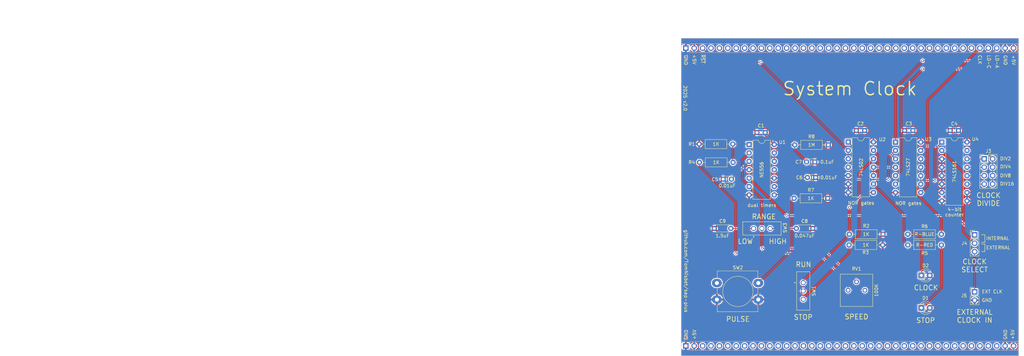
<source format=kicad_pcb>
(kicad_pcb (version 20240108) (generator "pcbnew") (generator_version "8.0")
  (title_block (title "SAP-Plus System Clock") (date "2025-04-05") (rev "2.0") (company "github.com/TomNisbet/sap-plus"))
  (layers (0 "F.Cu" signal) (31 "B.Cu" signal) (34 "B.Paste" user) (35 "F.Paste" user) (36 "B.SilkS" user "B.Silkscreen") (37 "F.SilkS" user "F.Silkscreen") (38 "B.Mask" user) (39 "F.Mask" user) (44 "Edge.Cuts" user))
  (net 0 "")
  (net 1 "CLK")
  (net 2 "Net-(U1A-CV)")
  (net 3 "Net-(U1B-CV)")
  (net 4 "Net-(U1B-DIS)")
  (net 5 "Net-(D1-K)")
  (net 6 "Net-(U1A-DIS)")
  (net 7 "Net-(SW1-A)")
  (net 8 "Net-(U1B-TR)")
  (net 9 "Net-(SW1-C)")
  (net 10 "Net-(R4-Pad1)")
  (net 11 "Net-(R5-Pad1)")
  (net 12 "Net-(SW3-A)")
  (net 13 "GND")
  (net 15 "Net-(SW3-C)")
  (net 16 "~{run}-stop")
  (net 17 "~{RST}")
  (net 18 "+5V")
  (net 20 "Net-(D2-K)")
  (net 40 "/DIV2")
  (net 52 "LD-CLK")
  (net 53 "LD-ACT")
  (net 54 "astable")
  (net 55 "single")
  (net 93 "/DIV4")
  (net 94 "/DIV8")
  (net 95 "/DIV16")
  (net 96 "Net-(R6-Pad2)")
  (net 97 "Net-(SW3-B)")
  (net 98 "Net-(J4-Pin_2)")
  (net 100 "/RST")
  (net 101 "Net-(U4-~{MR})")
  (net 103 "/INT")
  (net 104 "/EXT")
  (footprint "Capacitor_THT:C_Disc_D3.0mm_W1.6mm_P2.50mm" (layer "F.Cu") (at 107.9 71.51)
    (property "Reference" "C1" (at 1.25 -2.05 0) (layer "F.SilkS"))
    (property "Value" "0.1uF")
    (pad "1" thru_hole circle (at 0 0) (size 1.6 1.6) (drill 0.8) (layers "*.Cu" "*.Mask") (net 13 "GND"))
    (pad "2" thru_hole circle (at 2.5 0) (size 1.6 1.6) (drill 0.8) (layers "*.Cu" "*.Mask") (net 18 "+5V"))
  )
  (footprint "Capacitor_THT:C_Disc_D3.0mm_W1.6mm_P2.50mm" (layer "F.Cu") (at 137.95 70.9)
    (property "Reference" "C2" (at 1.25 -2.05 0) (layer "F.SilkS"))
    (property "Value" "0.1uF")
    (pad "1" thru_hole circle (at 0 0) (size 1.6 1.6) (drill 0.8) (layers "*.Cu" "*.Mask") (net 13 "GND"))
    (pad "2" thru_hole circle (at 2.5 0) (size 1.6 1.6) (drill 0.8) (layers "*.Cu" "*.Mask") (net 18 "+5V"))
  )
  (footprint "Capacitor_THT:C_Disc_D3.0mm_W1.6mm_P2.50mm" (layer "F.Cu") (at 152.55 70.9)
    (property "Reference" "C3" (at 1.25 -2.05 0) (layer "F.SilkS"))
    (property "Value" "0.1uF")
    (pad "1" thru_hole circle (at 0 0) (size 1.6 1.6) (drill 0.8) (layers "*.Cu" "*.Mask") (net 13 "GND"))
    (pad "2" thru_hole circle (at 2.5 0) (size 1.6 1.6) (drill 0.8) (layers "*.Cu" "*.Mask") (net 18 "+5V"))
  )
  (footprint "Potentiometer_THT:Potentiometer_Bourns_3386P_Vertical" (layer "F.Cu") (at 140.54 119.185 90)
    (property "Reference" "RV1" (at 6.485 -2.54 180) (layer "F.SilkS"))
    (property "Value" "100K" (at -0.015 3.475 90) (layer "F.SilkS"))
    (property "Field5" "SPEED" (at -8.015 -2.54 0) (layer "F.SilkS") (effects (font (size 1.5 1.5) (thickness 0.2))))
    (pad "1" thru_hole circle (at 0 0 90) (size 1.44 1.44) (drill 0.8) (layers "*.Cu" "*.Mask"))
    (pad "2" thru_hole circle (at 2.54 -2.54 90) (size 1.44 1.44) (drill 0.8) (layers "*.Cu" "*.Mask") (net 97 "Net-(SW3-B)"))
    (pad "3" thru_hole circle (at 0 -5.08 90) (size 1.44 1.44) (drill 0.8) (layers "*.Cu" "*.Mask") (net 10 "Net-(R4-Pad1)"))
  )
  (footprint "Resistor_THT:R_Axial_DIN0207_L6.3mm_D2.5mm_P10.16mm_Horizontal" (layer "F.Cu") (at 146 102.25 180)
    (property "Reference" "R2" (at 5.08 2.5 0) (layer "F.SilkS"))
    (property "Value" "1K" (at 5.08 0 0) (layer "F.SilkS"))
    (pad "1" thru_hole circle (at 0 0 180) (size 1.6 1.6) (drill 0.8) (layers "*.Cu" "*.Mask") (net 13 "GND"))
    (pad "2" thru_hole oval (at 10.16 0 180) (size 1.6 1.6) (drill 0.8) (layers "*.Cu" "*.Mask") (net 7 "Net-(SW1-A)"))
  )
  (footprint "Resistor_THT:R_Axial_DIN0207_L6.3mm_D2.5mm_P10.16mm_Horizontal" (layer "F.Cu") (at 90.52 80.533333)
    (property "Reference" "R4" (at -2.32 -0.033333 0) (layer "F.SilkS"))
    (property "Value" "1K" (at 5.08 0 0) (layer "F.SilkS"))
    (pad "1" thru_hole circle (at 0 0) (size 1.6 1.6) (drill 0.8) (layers "*.Cu" "*.Mask") (net 10 "Net-(R4-Pad1)"))
    (pad "2" thru_hole oval (at 10.16 0) (size 1.6 1.6) (drill 0.8) (layers "*.Cu" "*.Mask") (net 6 "Net-(U1A-DIS)"))
  )
  (footprint "Capacitor_THT:C_Disc_D3.0mm_W1.6mm_P2.50mm" (layer "F.Cu") (at 122.9 80.4)
    (property "Reference" "C7" (at -2.4 0 0) (layer "F.SilkS"))
    (property "Value" "0.1uF" (at 6.25 0 0) (layer "F.SilkS"))
    (pad "1" thru_hole circle (at 0 0) (size 1.6 1.6) (drill 0.8) (layers "*.Cu" "*.Mask") (net 4 "Net-(U1B-DIS)"))
    (pad "2" thru_hole circle (at 2.5 0) (size 1.6 1.6) (drill 0.8) (layers "*.Cu" "*.Mask") (net 13 "GND"))
  )
  (footprint "Package_DIP:DIP-16_W7.62mm" (layer "F.Cu") (at 163.78 74.4)
    (property "Reference" "U4" (at 10.12 -0.9 0) (layer "F.SilkS"))
    (property "Value" "74LS161" (at 3.81 8.9 90) (layer "F.SilkS"))
    (pad "1" thru_hole rect (at 0 0) (size 1.6 1.6) (drill 0.8) (layers "*.Cu" "*.Mask") (net 101 "Net-(U4-~{MR})"))
    (pad "2" thru_hole oval (at 0 2.54) (size 1.6 1.6) (drill 0.8) (layers "*.Cu" "*.Mask") (net 98 "Net-(J4-Pin_2)"))
    (pad "3" thru_hole oval (at 0 5.08) (size 1.6 1.6) (drill 0.8) (layers "*.Cu" "*.Mask") (net 18 "+5V"))
    (pad "4" thru_hole oval (at 0 7.62) (size 1.6 1.6) (drill 0.8) (layers "*.Cu" "*.Mask") (net 18 "+5V"))
    (pad "5" thru_hole oval (at 0 10.16) (size 1.6 1.6) (drill 0.8) (layers "*.Cu" "*.Mask") (net 18 "+5V"))
    (pad "6" thru_hole oval (at 0 12.7) (size 1.6 1.6) (drill 0.8) (layers "*.Cu" "*.Mask") (net 18 "+5V"))
    (pad "7" thru_hole oval (at 0 15.24) (size 1.6 1.6) (drill 0.8) (layers "*.Cu" "*.Mask") (net 18 "+5V"))
    (pad "8" thru_hole oval (at 0 17.78) (size 1.6 1.6) (drill 0.8) (layers "*.Cu" "*.Mask") (net 13 "GND"))
    (pad "9" thru_hole oval (at 7.62 17.78) (size 1.6 1.6) (drill 0.8) (layers "*.Cu" "*.Mask") (net 18 "+5V"))
    (pad "10" thru_hole oval (at 7.62 15.24) (size 1.6 1.6) (drill 0.8) (layers "*.Cu" "*.Mask") (net 18 "+5V"))
    (pad "11" thru_hole oval (at 7.62 12.7) (size 1.6 1.6) (drill 0.8) (layers "*.Cu" "*.Mask") (net 95 "/DIV16"))
    (pad "12" thru_hole oval (at 7.62 10.16) (size 1.6 1.6) (drill 0.8) (layers "*.Cu" "*.Mask") (net 94 "/DIV8"))
    (pad "13" thru_hole oval (at 7.62 7.62) (size 1.6 1.6) (drill 0.8) (layers "*.Cu" "*.Mask") (net 93 "/DIV4"))
    (pad "14" thru_hole oval (at 7.62 5.08) (size 1.6 1.6) (drill 0.8) (layers "*.Cu" "*.Mask") (net 40 "/DIV2"))
    (pad "15" thru_hole oval (at 7.62 2.54) (size 1.6 1.6) (drill 0.8) (layers "*.Cu" "*.Mask"))
    (pad "16" thru_hole oval (at 7.62 0) (size 1.6 1.6) (drill 0.8) (layers "*.Cu" "*.Mask") (net 18 "+5V"))
  )
  (footprint "mySwitches:SW_EG1218" (layer "F.Cu") (at 121.9 119.4 -90)
    (property "Reference" "SW1" (at 0 -3.2 90) (layer "F.SilkS"))
    (property "Value" "STOP")
    (property "Field5" "RUN" (at -8 -0.07 0) (layer "F.SilkS") (effects (font (size 1.5 1.5) (thickness 0.2))))
    (pad "1" thru_hole circle (at -2.5 0 270) (size 1.508 1.508) (drill 1) (layers "*.Cu" "*.Mask") (net 7 "Net-(SW1-A)"))
    (pad "2" thru_hole circle (at 0 0 270) (size 1.508 1.508) (drill 1) (layers "*.Cu" "*.Mask") (net 18 "+5V"))
    (pad "3" thru_hole circle (at 2.5 0 270) (size 1.508 1.508) (drill 1) (layers "*.Cu" "*.Mask") (net 9 "Net-(SW1-C)"))
  )
  (footprint "Button_Switch_THT:SW_PUSH-12mm_Wuerth-430476085716" (layer "F.Cu") (at 95.8 117)
    (property "Reference" "SW2" (at 6.35 -4.66 0) (layer "F.SilkS"))
    (property "Value" "PULSE" (at 6.35 10.9 0) (layer "F.SilkS") (effects (font (size 1.5 1.5) (thickness 0.2))))
    (pad "1" thru_hole oval (at 0 0) (size 3 2.5) (drill 1.2) (layers "*.Cu" "*.Mask") (net 8 "Net-(U1B-TR)"))
    (pad "1" thru_hole oval (at 12.5 0) (size 3 2.5) (drill 1.2) (layers "*.Cu" "*.Mask") (net 8 "Net-(U1B-TR)"))
    (pad "2" thru_hole oval (at 0 5) (size 3 2.5) (drill 1.2) (layers "*.Cu" "*.Mask") (net 13 "GND"))
    (pad "2" thru_hole oval (at 12.5 5) (size 3 2.5) (drill 1.2) (layers "*.Cu" "*.Mask") (net 13 "GND"))
  )
  (footprint "Connector_PinHeader_2.54mm:PinHeader_1x03_P2.54mm_Vertical" (layer "F.Cu") (at 173.7 102.435)
    (property "Reference" "J4" (at -3.1 2.565 0) (layer "F.SilkS"))
    (property "Value" "CLOCK SELECT")
    (pad "1" thru_hole rect (at 0 0) (size 1.7 1.7) (drill 1) (layers "*.Cu" "*.Mask") (net 103 "/INT"))
    (pad "2" thru_hole oval (at 0 2.54) (size 1.7 1.7) (drill 1) (layers "*.Cu" "*.Mask") (net 98 "Net-(J4-Pin_2)"))
    (pad "3" thru_hole oval (at 0 5.08) (size 1.7 1.7) (drill 1) (layers "*.Cu" "*.Mask") (net 104 "/EXT"))
  )
  (footprint "Resistor_THT:R_Axial_DIN0207_L6.3mm_D2.5mm_P10.16mm_Horizontal" (layer "F.Cu") (at 100.6 75 180)
    (property "Reference" "R1" (at 12.4 0 0) (layer "F.SilkS"))
    (property "Value" "1K" (at 5.08 0 0) (layer "F.SilkS"))
    (pad "1" thru_hole circle (at 0 0 180) (size 1.6 1.6) (drill 0.8) (layers "*.Cu" "*.Mask") (net 6 "Net-(U1A-DIS)"))
    (pad "2" thru_hole oval (at 10.16 0 180) (size 1.6 1.6) (drill 0.8) (layers "*.Cu" "*.Mask") (net 18 "+5V"))
  )
  (footprint "Resistor_THT:R_Axial_DIN0207_L6.3mm_D2.5mm_P10.16mm_Horizontal" (layer "F.Cu") (at 129.3 91.4 180)
    (property "Reference" "R7" (at 5.08 2.5 0) (layer "F.SilkS"))
    (property "Value" "1K" (at 5.08 0 0) (layer "F.SilkS"))
    (pad "1" thru_hole circle (at 0 0 180) (size 1.6 1.6) (drill 0.8) (layers "*.Cu" "*.Mask") (net 18 "+5V"))
    (pad "2" thru_hole oval (at 10.16 0 180) (size 1.6 1.6) (drill 0.8) (layers "*.Cu" "*.Mask") (net 8 "Net-(U1B-TR)"))
  )
  (footprint "Capacitor_THT:C_Disc_D3.0mm_W1.6mm_P2.50mm" (layer "F.Cu") (at 166.32 70.9)
    (property "Reference" "C4" (at 1.25 -2.05 0) (layer "F.SilkS"))
    (property "Value" "0.1uF")
    (pad "1" thru_hole circle (at 0 0) (size 1.6 1.6) (drill 0.8) (layers "*.Cu" "*.Mask") (net 13 "GND"))
    (pad "2" thru_hole circle (at 2.5 0) (size 1.6 1.6) (drill 0.8) (layers "*.Cu" "*.Mask") (net 18 "+5V"))
  )
  (footprint "Resistor_THT:R_Axial_DIN0207_L6.3mm_D2.5mm_P10.16mm_Horizontal" (layer "F.Cu") (at 153.5 102.25)
    (property "Reference" "R6" (at 5.08 -2.37 0) (layer "F.SilkS"))
    (property "Value" "R-BLUE" (at 5.08 0 0) (layer "F.SilkS"))
    (pad "1" thru_hole circle (at 0 0) (size 1.6 1.6) (drill 0.8) (layers "*.Cu" "*.Mask") (net 20 "Net-(D2-K)"))
    (pad "2" thru_hole oval (at 10.16 0) (size 1.6 1.6) (drill 0.8) (layers "*.Cu" "*.Mask") (net 96 "Net-(R6-Pad2)"))
  )
  (footprint "Capacitor_THT:C_Disc_D4.3mm_W1.9mm_P5.00mm" (layer "F.Cu") (at 119.8 100.5)
    (property "Reference" "C8" (at 2.5 -2.2 0) (layer "F.SilkS"))
    (property "Value" "0.047uF" (at 2.5 2.2 0) (layer "F.SilkS"))
    (pad "1" thru_hole circle (at 0 0) (size 1.6 1.6) (drill 0.8) (layers "*.Cu" "*.Mask") (net 15 "Net-(SW3-C)"))
    (pad "2" thru_hole circle (at 5 0) (size 1.6 1.6) (drill 0.8) (layers "*.Cu" "*.Mask") (net 13 "GND"))
  )
  (footprint "Capacitor_THT:C_Disc_D4.3mm_W1.9mm_P5.00mm" (layer "F.Cu") (at 95 100.5)
    (property "Reference" "C9" (at 2.5 -2.2 0) (layer "F.SilkS"))
    (property "Value" "1.5uF" (at 2.5 2.2 0) (layer "F.SilkS"))
    (pad "1" thru_hole circle (at 0 0) (size 1.6 1.6) (drill 0.8) (layers "*.Cu" "*.Mask") (net 13 "GND"))
    (pad "2" thru_hole circle (at 5 0) (size 1.6 1.6) (drill 0.8) (layers "*.Cu" "*.Mask") (net 12 "Net-(SW3-A)"))
  )
  (footprint "Capacitor_THT:C_Disc_D3.0mm_W1.6mm_P2.50mm" (layer "F.Cu") (at 123.15 85.1)
    (property "Reference" "C6" (at -2.45 0 0) (layer "F.SilkS"))
    (property "Value" "0.01uF" (at 6.5 0 0) (layer "F.SilkS"))
    (pad "1" thru_hole circle (at 0 0) (size 1.6 1.6) (drill 0.8) (layers "*.Cu" "*.Mask") (net 3 "Net-(U1B-CV)"))
    (pad "2" thru_hole circle (at 2.5 0) (size 1.6 1.6) (drill 0.8) (layers "*.Cu" "*.Mask") (net 13 "GND"))
  )
  (footprint "LED_THT:LED_D3.0mm" (layer "F.Cu") (at 157.6 114.7)
    (property "Reference" "D2" (at 1.27 -2.96 0) (layer "F.SilkS"))
    (property "Value" "CLOCK" (at 1.4 3.7 0) (layer "F.SilkS") (effects (font (size 1.5 1.5) (thickness 0.2))))
    (pad "1" thru_hole rect (at 0 0) (size 1.8 1.8) (drill 0.9) (layers "*.Cu" "*.Mask") (net 20 "Net-(D2-K)"))
    (pad "2" thru_hole circle (at 2.54 0) (size 1.8 1.8) (drill 0.9) (layers "*.Cu" "*.Mask") (net 18 "+5V"))
  )
  (footprint "mySwitches:SW_EG1218" (layer "F.Cu") (at 109.4 100.5)
    (property "Reference" "SW3" (at 7 -0.2 90) (layer "F.SilkS"))
    (property "Value" "SPDT")
    (pad "1" thru_hole circle (at -2.5 0) (size 1.508 1.508) (drill 1) (layers "*.Cu" "*.Mask") (net 12 "Net-(SW3-A)"))
    (pad "2" thru_hole circle (at 0 0) (size 1.508 1.508) (drill 1) (layers "*.Cu" "*.Mask") (net 97 "Net-(SW3-B)"))
    (pad "3" thru_hole circle (at 2.5 0) (size 1.508 1.508) (drill 1) (layers "*.Cu" "*.Mask") (net 15 "Net-(SW3-C)"))
  )
  (footprint "Package_DIP:DIP-14_W7.62mm" (layer "F.Cu") (at 135.5 74.375)
    (property "Reference" "U2" (at 10.3 -0.775 0) (layer "F.SilkS"))
    (property "Value" "74LS02" (at 3.9 7.675 90) (layer "F.SilkS"))
    (pad "1" thru_hole rect (at 0 0) (size 1.6 1.6) (drill 0.8) (layers "*.Cu" "*.Mask") (net 100 "/RST"))
    (pad "2" thru_hole oval (at 0 2.54) (size 1.6 1.6) (drill 0.8) (layers "*.Cu" "*.Mask") (net 17 "~{RST}"))
    (pad "3" thru_hole oval (at 0 5.08) (size 1.6 1.6) (drill 0.8) (layers "*.Cu" "*.Mask") (net 17 "~{RST}"))
    (pad "4" thru_hole oval (at 0 7.62) (size 1.6 1.6) (drill 0.8) (layers "*.Cu" "*.Mask"))
    (pad "5" thru_hole oval (at 0 10.16) (size 1.6 1.6) (drill 0.8) (layers "*.Cu" "*.Mask") (net 13 "GND"))
    (pad "6" thru_hole oval (at 0 12.7) (size 1.6 1.6) (drill 0.8) (layers "*.Cu" "*.Mask") (net 13 "GND"))
    (pad "7" thru_hole oval (at 0 15.24) (size 1.6 1.6) (drill 0.8) (layers "*.Cu" "*.Mask") (net 13 "GND"))
    (pad "8" thru_hole oval (at 7.62 15.24) (size 1.6 1.6) (drill 0.8) (layers "*.Cu" "*.Mask") (net 7 "Net-(SW1-A)"))
    (pad "9" thru_hole oval (at 7.62 12.7) (size 1.6 1.6) (drill 0.8) (layers "*.Cu" "*.Mask") (net 11 "Net-(R5-Pad1)"))
    (pad "10" thru_hole oval (at 7.62 10.16) (size 1.6 1.6) (drill 0.8) (layers "*.Cu" "*.Mask") (net 16 "~{run}-stop"))
    (pad "11" thru_hole oval (at 7.62 7.62) (size 1.6 1.6) (drill 0.8) (layers "*.Cu" "*.Mask") (net 16 "~{run}-stop"))
    (pad "12" thru_hole oval (at 7.62 5.08) (size 1.6 1.6) (drill 0.8) (layers "*.Cu" "*.Mask") (net 9 "Net-(SW1-C)"))
    (pad "13" thru_hole oval (at 7.62 2.54) (size 1.6 1.6) (drill 0.8) (layers "*.Cu" "*.Mask") (net 11 "Net-(R5-Pad1)"))
    (pad "14" thru_hole oval (at 7.62 0) (size 1.6 1.6) (drill 0.8) (layers "*.Cu" "*.Mask") (net 18 "+5V"))
  )
  (footprint "LED_THT:LED_D3.0mm" (layer "F.Cu") (at 157.6 124.5)
    (property "Reference" "D1" (at 1.27 -2.96 0) (layer "F.SilkS"))
    (property "Value" "STOP" (at 1.3 3.8 0) (layer "F.SilkS") (effects (font (size 1.5 1.5) (thickness 0.2))))
    (pad "1" thru_hole rect (at 0 0) (size 1.8 1.8) (drill 0.9) (layers "*.Cu" "*.Mask") (net 5 "Net-(D1-K)"))
    (pad "2" thru_hole circle (at 2.54 0) (size 1.8 1.8) (drill 0.9) (layers "*.Cu" "*.Mask") (net 18 "+5V"))
  )
  (footprint "Resistor_THT:R_Axial_DIN0207_L6.3mm_D2.5mm_P10.16mm_Horizontal" (layer "F.Cu") (at 135.75 105.5)
    (property "Reference" "R3" (at 5 2.25 0) (layer "F.SilkS"))
    (property "Value" "1K" (at 5.08 0 0) (layer "F.SilkS"))
    (pad "1" thru_hole circle (at 0 0) (size 1.6 1.6) (drill 0.8) (layers "*.Cu" "*.Mask") (net 9 "Net-(SW1-C)"))
    (pad "2" thru_hole oval (at 10.16 0) (size 1.6 1.6) (drill 0.8) (layers "*.Cu" "*.Mask") (net 13 "GND"))
  )
  (footprint "Connector_PinHeader_2.54mm:PinHeader_1x02_P2.54mm_Vertical" (layer "F.Cu") (at 173.7 119.66)
    (property "Reference" "J5" (at -3.2 1.14 0) (layer "F.SilkS"))
    (property "Value" "EXTERNAL CLOCK IN")
    (pad "1" thru_hole rect (at 0 0) (size 1.7 1.7) (drill 1) (layers "*.Cu" "*.Mask") (net 104 "/EXT"))
    (pad "2" thru_hole oval (at 0 2.54) (size 1.7 1.7) (drill 1) (layers "*.Cu" "*.Mask") (net 13 "GND"))
  )
  (footprint "Package_DIP:DIP-14_W7.62mm" (layer "F.Cu") (at 149.8 74.4)
    (property "Reference" "U3" (at 9.9 -0.85 0) (layer "F.SilkS"))
    (property "Value" "74LS27" (at 3.8 7.625 90) (layer "F.SilkS"))
    (pad "1" thru_hole rect (at 0 0) (size 1.6 1.6) (drill 0.8) (layers "*.Cu" "*.Mask") (net 52 "LD-CLK"))
    (pad "2" thru_hole oval (at 0 2.54) (size 1.6 1.6) (drill 0.8) (layers "*.Cu" "*.Mask") (net 55 "single"))
    (pad "3" thru_hole oval (at 0 5.08) (size 1.6 1.6) (drill 0.8) (layers "*.Cu" "*.Mask") (net 100 "/RST"))
    (pad "4" thru_hole oval (at 0 7.62) (size 1.6 1.6) (drill 0.8) (layers "*.Cu" "*.Mask") (net 16 "~{run}-stop"))
    (pad "5" thru_hole oval (at 0 10.16) (size 1.6 1.6) (drill 0.8) (layers "*.Cu" "*.Mask") (net 53 "LD-ACT"))
    (pad "6" thru_hole oval (at 0 12.7) (size 1.6 1.6) (drill 0.8) (layers "*.Cu" "*.Mask") (net 101 "Net-(U4-~{MR})"))
    (pad "7" thru_hole oval (at 0 15.24) (size 1.6 1.6) (drill 0.8) (layers "*.Cu" "*.Mask") (net 13 "GND"))
    (pad "8" thru_hole oval (at 7.62 15.24) (size 1.6 1.6) (drill 0.8) (layers "*.Cu" "*.Mask") (net 1 "CLK"))
    (pad "9" thru_hole oval (at 7.62 12.7) (size 1.6 1.6) (drill 0.8) (layers "*.Cu" "*.Mask") (net 96 "Net-(R6-Pad2)"))
    (pad "10" thru_hole oval (at 7.62 10.16) (size 1.6 1.6) (drill 0.8) (layers "*.Cu" "*.Mask") (net 96 "Net-(R6-Pad2)"))
    (pad "11" thru_hole oval (at 7.62 7.62) (size 1.6 1.6) (drill 0.8) (layers "*.Cu" "*.Mask") (net 96 "Net-(R6-Pad2)"))
    (pad "12" thru_hole oval (at 7.62 5.08) (size 1.6 1.6) (drill 0.8) (layers "*.Cu" "*.Mask") (net 96 "Net-(R6-Pad2)"))
    (pad "13" thru_hole oval (at 7.62 2.54) (size 1.6 1.6) (drill 0.8) (layers "*.Cu" "*.Mask") (net 54 "astable"))
    (pad "14" thru_hole oval (at 7.62 0) (size 1.6 1.6) (drill 0.8) (layers "*.Cu" "*.Mask") (net 18 "+5V"))
  )
  (footprint "Capacitor_THT:C_Disc_D3.0mm_W1.6mm_P2.50mm" (layer "F.Cu") (at 100.2 85.6 180)
    (property "Reference" "C5" (at 5 -0.1 0) (layer "F.SilkS"))
    (property "Value" "0.01uF" (at 1.3 -1.983334 0) (layer "F.SilkS"))
    (pad "1" thru_hole circle (at 0 0 180) (size 1.6 1.6) (drill 0.8) (layers "*.Cu" "*.Mask") (net 2 "Net-(U1A-CV)"))
    (pad "2" thru_hole circle (at 2.5 0 180) (size 1.6 1.6) (drill 0.8) (layers "*.Cu" "*.Mask") (net 13 "GND"))
  )
  (footprint "Connector_PinHeader_2.54mm:PinHeader_2x04_P2.54mm_Vertical" (layer "F.Cu") (at 176.6 79.46)
    (property "Reference" "J3" (at 1.27 -2.33 0) (layer "F.SilkS"))
    (property "Value" "Conn_02x04_Odd_Even")
    (pad "1" thru_hole rect (at 0 0) (size 1.7 1.7) (drill 1) (layers "*.Cu" "*.Mask") (net 40 "/DIV2"))
    (pad "2" thru_hole oval (at 2.54 0) (size 1.7 1.7) (drill 1) (layers "*.Cu" "*.Mask") (net 54 "astable"))
    (pad "3" thru_hole oval (at 0 2.54) (size 1.7 1.7) (drill 1) (layers "*.Cu" "*.Mask") (net 93 "/DIV4"))
    (pad "4" thru_hole oval (at 2.54 2.54) (size 1.7 1.7) (drill 1) (layers "*.Cu" "*.Mask") (net 54 "astable"))
    (pad "5" thru_hole oval (at 0 5.08) (size 1.7 1.7) (drill 1) (layers "*.Cu" "*.Mask") (net 94 "/DIV8"))
    (pad "6" thru_hole oval (at 2.54 5.08) (size 1.7 1.7) (drill 1) (layers "*.Cu" "*.Mask") (net 54 "astable"))
    (pad "7" thru_hole oval (at 0 7.62) (size 1.7 1.7) (drill 1) (layers "*.Cu" "*.Mask") (net 95 "/DIV16"))
    (pad "8" thru_hole oval (at 2.54 7.62) (size 1.7 1.7) (drill 1) (layers "*.Cu" "*.Mask") (net 54 "astable"))
  )
  (footprint "Package_DIP:DIP-14_W7.62mm" (layer "F.Cu") (at 105.53 75.135)
    (property "Reference" "U1" (at 10.05 -0.725 0) (layer "F.SilkS"))
    (property "Value" "NE556" (at 3.8 7.625 90) (layer "F.SilkS"))
    (pad "1" thru_hole rect (at 0 0) (size 1.6 1.6) (drill 0.8) (layers "*.Cu" "*.Mask") (net 6 "Net-(U1A-DIS)"))
    (pad "2" thru_hole oval (at 0 2.54) (size 1.6 1.6) (drill 0.8) (layers "*.Cu" "*.Mask") (net 97 "Net-(SW3-B)"))
    (pad "3" thru_hole oval (at 0 5.08) (size 1.6 1.6) (drill 0.8) (layers "*.Cu" "*.Mask") (net 2 "Net-(U1A-CV)"))
    (pad "4" thru_hole oval (at 0 7.62) (size 1.6 1.6) (drill 0.8) (layers "*.Cu" "*.Mask") (net 18 "+5V"))
    (pad "5" thru_hole oval (at 0 10.16) (size 1.6 1.6) (drill 0.8) (layers "*.Cu" "*.Mask") (net 103 "/INT"))
    (pad "6" thru_hole oval (at 0 12.7) (size 1.6 1.6) (drill 0.8) (layers "*.Cu" "*.Mask") (net 97 "Net-(SW3-B)"))
    (pad "7" thru_hole oval (at 0 15.24) (size 1.6 1.6) (drill 0.8) (layers "*.Cu" "*.Mask") (net 13 "GND"))
    (pad "8" thru_hole oval (at 7.62 15.24) (size 1.6 1.6) (drill 0.8) (layers "*.Cu" "*.Mask") (net 8 "Net-(U1B-TR)"))
    (pad "9" thru_hole oval (at 7.62 12.7) (size 1.6 1.6) (drill 0.8) (layers "*.Cu" "*.Mask") (net 55 "single"))
    (pad "10" thru_hole oval (at 7.62 10.16) (size 1.6 1.6) (drill 0.8) (layers "*.Cu" "*.Mask") (net 18 "+5V"))
    (pad "11" thru_hole oval (at 7.62 7.62) (size 1.6 1.6) (drill 0.8) (layers "*.Cu" "*.Mask") (net 3 "Net-(U1B-CV)"))
    (pad "12" thru_hole oval (at 7.62 5.08) (size 1.6 1.6) (drill 0.8) (layers "*.Cu" "*.Mask") (net 4 "Net-(U1B-DIS)"))
    (pad "13" thru_hole oval (at 7.62 2.54) (size 1.6 1.6) (drill 0.8) (layers "*.Cu" "*.Mask") (net 4 "Net-(U1B-DIS)"))
    (pad "14" thru_hole oval (at 7.62 0) (size 1.6 1.6) (drill 0.8) (layers "*.Cu" "*.Mask") (net 18 "+5V"))
  )
  (footprint "Resistor_THT:R_Axial_DIN0207_L6.3mm_D2.5mm_P10.16mm_Horizontal" (layer "F.Cu") (at 153.5 105.5)
    (property "Reference" "R5" (at 5.08 2.5 0) (layer "F.SilkS"))
    (property "Value" "R-RED" (at 5.08 0 0) (layer "F.SilkS"))
    (pad "1" thru_hole circle (at 0 0) (size 1.6 1.6) (drill 0.8) (layers "*.Cu" "*.Mask") (net 11 "Net-(R5-Pad1)"))
    (pad "2" thru_hole oval (at 10.16 0) (size 1.6 1.6) (drill 0.8) (layers "*.Cu" "*.Mask") (net 5 "Net-(D1-K)"))
  )
  (footprint "Resistor_THT:R_Axial_DIN0207_L6.3mm_D2.5mm_P10.16mm_Horizontal" (layer "F.Cu") (at 129.48 75.25 180)
    (property "Reference" "R8" (at 5.08 2.5 0) (layer "F.SilkS"))
    (property "Value" "1M" (at 5.08 0 0) (layer "F.SilkS"))
    (pad "1" thru_hole circle (at 0 0 180) (size 1.6 1.6) (drill 0.8) (layers "*.Cu" "*.Mask") (net 18 "+5V"))
    (pad "2" thru_hole oval (at 10.16 0 180) (size 1.6 1.6) (drill 0.8) (layers "*.Cu" "*.Mask") (net 4 "Net-(U1B-DIS)"))
  )
  (footprint "Connector_PinHeader_2.54mm:PinHeader_1x40_P2.54mm_Vertical" (layer "B.Cu") (at 86.4 46 -90)
    (property "Reference" "J1" (at 2.6 -0.1 -90) (layer "B.SilkS") (effects (justify mirror)))
    (property "Value" "Bus")
    (pad "1" thru_hole rect (at 0 0 270) (size 1.7 1.7) (drill 1) (layers "*.Cu" "*.Mask") (net 13 "GND"))
    (pad "2" thru_hole oval (at 0 -2.54 270) (size 1.7 1.7) (drill 1) (layers "*.Cu" "*.Mask") (net 18 "+5V"))
    (pad "3" thru_hole oval (at 0 -5.08 270) (size 1.7 1.7) (drill 1) (layers "*.Cu" "*.Mask") (net 17 "~{RST}"))
    (pad "4" thru_hole oval (at 0 -7.62 270) (size 1.7 1.7) (drill 1) (layers "*.Cu" "*.Mask"))
    (pad "5" thru_hole oval (at 0 -10.16 270) (size 1.7 1.7) (drill 1) (layers "*.Cu" "*.Mask"))
    (pad "6" thru_hole oval (at 0 -12.7 270) (size 1.7 1.7) (drill 1) (layers "*.Cu" "*.Mask"))
    (pad "7" thru_hole oval (at 0 -15.24 270) (size 1.7 1.7) (drill 1) (layers "*.Cu" "*.Mask"))
    (pad "8" thru_hole oval (at 0 -17.78 270) (size 1.7 1.7) (drill 1) (layers "*.Cu" "*.Mask"))
    (pad "9" thru_hole oval (at 0 -20.32 270) (size 1.7 1.7) (drill 1) (layers "*.Cu" "*.Mask"))
    (pad "10" thru_hole oval (at 0 -22.86 270) (size 1.7 1.7) (drill 1) (layers "*.Cu" "*.Mask"))
    (pad "11" thru_hole oval (at 0 -25.4 270) (size 1.7 1.7) (drill 1) (layers "*.Cu" "*.Mask"))
    (pad "12" thru_hole oval (at 0 -27.94 270) (size 1.7 1.7) (drill 1) (layers "*.Cu" "*.Mask"))
    (pad "13" thru_hole oval (at 0 -30.48 270) (size 1.7 1.7) (drill 1) (layers "*.Cu" "*.Mask"))
    (pad "14" thru_hole oval (at 0 -33.02 270) (size 1.7 1.7) (drill 1) (layers "*.Cu" "*.Mask"))
    (pad "15" thru_hole oval (at 0 -35.56 270) (size 1.7 1.7) (drill 1) (layers "*.Cu" "*.Mask"))
    (pad "16" thru_hole oval (at 0 -38.1 270) (size 1.7 1.7) (drill 1) (layers "*.Cu" "*.Mask"))
    (pad "17" thru_hole oval (at 0 -40.64 270) (size 1.7 1.7) (drill 1) (layers "*.Cu" "*.Mask"))
    (pad "18" thru_hole oval (at 0 -43.18 270) (size 1.7 1.7) (drill 1) (layers "*.Cu" "*.Mask"))
    (pad "19" thru_hole oval (at 0 -45.72 270) (size 1.7 1.7) (drill 1) (layers "*.Cu" "*.Mask"))
    (pad "20" thru_hole oval (at 0 -48.26 270) (size 1.7 1.7) (drill 1) (layers "*.Cu" "*.Mask"))
    (pad "21" thru_hole oval (at 0 -50.8 270) (size 1.7 1.7) (drill 1) (layers "*.Cu" "*.Mask"))
    (pad "22" thru_hole oval (at 0 -53.34 270) (size 1.7 1.7) (drill 1) (layers "*.Cu" "*.Mask"))
    (pad "23" thru_hole oval (at 0 -55.88 270) (size 1.7 1.7) (drill 1) (layers "*.Cu" "*.Mask"))
    (pad "24" thru_hole oval (at 0 -58.42 270) (size 1.7 1.7) (drill 1) (layers "*.Cu" "*.Mask"))
    (pad "25" thru_hole oval (at 0 -60.96 270) (size 1.7 1.7) (drill 1) (layers "*.Cu" "*.Mask"))
    (pad "26" thru_hole oval (at 0 -63.5 270) (size 1.7 1.7) (drill 1) (layers "*.Cu" "*.Mask"))
    (pad "27" thru_hole oval (at 0 -66.04 270) (size 1.7 1.7) (drill 1) (layers "*.Cu" "*.Mask"))
    (pad "28" thru_hole oval (at 0 -68.58 270) (size 1.7 1.7) (drill 1) (layers "*.Cu" "*.Mask"))
    (pad "29" thru_hole oval (at 0 -71.12 270) (size 1.7 1.7) (drill 1) (layers "*.Cu" "*.Mask"))
    (pad "30" thru_hole oval (at 0 -73.66 270) (size 1.7 1.7) (drill 1) (layers "*.Cu" "*.Mask"))
    (pad "31" thru_hole oval (at 0 -76.2 270) (size 1.7 1.7) (drill 1) (layers "*.Cu" "*.Mask"))
    (pad "32" thru_hole oval (at 0 -78.74 270) (size 1.7 1.7) (drill 1) (layers "*.Cu" "*.Mask"))
    (pad "33" thru_hole oval (at 0 -81.28 270) (size 1.7 1.7) (drill 1) (layers "*.Cu" "*.Mask"))
    (pad "34" thru_hole oval (at 0 -83.82 270) (size 1.7 1.7) (drill 1) (layers "*.Cu" "*.Mask"))
    (pad "35" thru_hole oval (at 0 -86.36 270) (size 1.7 1.7) (drill 1) (layers "*.Cu" "*.Mask"))
    (pad "36" thru_hole oval (at 0 -88.9 270) (size 1.7 1.7) (drill 1) (layers "*.Cu" "*.Mask") (net 1 "CLK"))
    (pad "37" thru_hole oval (at 0 -91.44 270) (size 1.7 1.7) (drill 1) (layers "*.Cu" "*.Mask") (net 52 "LD-CLK"))
    (pad "38" thru_hole oval (at 0 -93.98 270) (size 1.7 1.7) (drill 1) (layers "*.Cu" "*.Mask") (net 53 "LD-ACT"))
    (pad "39" thru_hole oval (at 0 -96.52 270) (size 1.7 1.7) (drill 1) (layers "*.Cu" "*.Mask") (net 13 "GND"))
    (pad "40" thru_hole oval (at 0 -99.06 270) (size 1.7 1.7) (drill 1) (layers "*.Cu" "*.Mask") (net 18 "+5V"))
  )
  (footprint "Connector_PinHeader_2.54mm:PinHeader_1x40_P2.54mm_Vertical" (layer "B.Cu") (at 86.4 136 -90)
    (property "Reference" "J2" (at -2.5 0 -90) (layer "B.SilkS") (effects (justify mirror)))
    (property "Value" "Bus")
    (pad "1" thru_hole rect (at 0 0 270) (size 1.7 1.7) (drill 1) (layers "*.Cu" "*.Mask") (net 13 "GND"))
    (pad "2" thru_hole oval (at 0 -2.54 270) (size 1.7 1.7) (drill 1) (layers "*.Cu" "*.Mask") (net 18 "+5V"))
    (pad "3" thru_hole oval (at 0 -5.08 270) (size 1.7 1.7) (drill 1) (layers "*.Cu" "*.Mask"))
    (pad "4" thru_hole oval (at 0 -7.62 270) (size 1.7 1.7) (drill 1) (layers "*.Cu" "*.Mask"))
    (pad "5" thru_hole oval (at 0 -10.16 270) (size 1.7 1.7) (drill 1) (layers "*.Cu" "*.Mask"))
    (pad "6" thru_hole oval (at 0 -12.7 270) (size 1.7 1.7) (drill 1) (layers "*.Cu" "*.Mask"))
    (pad "7" thru_hole oval (at 0 -15.24 270) (size 1.7 1.7) (drill 1) (layers "*.Cu" "*.Mask"))
    (pad "8" thru_hole oval (at 0 -17.78 270) (size 1.7 1.7) (drill 1) (layers "*.Cu" "*.Mask"))
    (pad "9" thru_hole oval (at 0 -20.32 270) (size 1.7 1.7) (drill 1) (layers "*.Cu" "*.Mask"))
    (pad "10" thru_hole oval (at 0 -22.86 270) (size 1.7 1.7) (drill 1) (layers "*.Cu" "*.Mask"))
    (pad "11" thru_hole oval (at 0 -25.4 270) (size 1.7 1.7) (drill 1) (layers "*.Cu" "*.Mask"))
    (pad "12" thru_hole oval (at 0 -27.94 270) (size 1.7 1.7) (drill 1) (layers "*.Cu" "*.Mask"))
    (pad "13" thru_hole oval (at 0 -30.48 270) (size 1.7 1.7) (drill 1) (layers "*.Cu" "*.Mask"))
    (pad "14" thru_hole oval (at 0 -33.02 270) (size 1.7 1.7) (drill 1) (layers "*.Cu" "*.Mask"))
    (pad "15" thru_hole oval (at 0 -35.56 270) (size 1.7 1.7) (drill 1) (layers "*.Cu" "*.Mask"))
    (pad "16" thru_hole oval (at 0 -38.1 270) (size 1.7 1.7) (drill 1) (layers "*.Cu" "*.Mask"))
    (pad "17" thru_hole oval (at 0 -40.64 270) (size 1.7 1.7) (drill 1) (layers "*.Cu" "*.Mask"))
    (pad "18" thru_hole oval (at 0 -43.18 270) (size 1.7 1.7) (drill 1) (layers "*.Cu" "*.Mask"))
    (pad "19" thru_hole oval (at 0 -45.72 270) (size 1.7 1.7) (drill 1) (layers "*.Cu" "*.Mask"))
    (pad "20" thru_hole oval (at 0 -48.26 270) (size 1.7 1.7) (drill 1) (layers "*.Cu" "*.Mask"))
    (pad "21" thru_hole oval (at 0 -50.8 270) (size 1.7 1.7) (drill 1) (layers "*.Cu" "*.Mask"))
    (pad "22" thru_hole oval (at 0 -53.34 270) (size 1.7 1.7) (drill 1) (layers "*.Cu" "*.Mask"))
    (pad "23" thru_hole oval (at 0 -55.88 270) (size 1.7 1.7) (drill 1) (layers "*.Cu" "*.Mask"))
    (pad "24" thru_hole oval (at 0 -58.42 270) (size 1.7 1.7) (drill 1) (layers "*.Cu" "*.Mask"))
    (pad "25" thru_hole oval (at 0 -60.96 270) (size 1.7 1.7) (drill 1) (layers "*.Cu" "*.Mask"))
    (pad "26" thru_hole oval (at 0 -63.5 270) (size 1.7 1.7) (drill 1) (layers "*.Cu" "*.Mask"))
    (pad "27" thru_hole oval (at 0 -66.04 270) (size 1.7 1.7) (drill 1) (layers "*.Cu" "*.Mask"))
    (pad "28" thru_hole oval (at 0 -68.58 270) (size 1.7 1.7) (drill 1) (layers "*.Cu" "*.Mask"))
    (pad "29" thru_hole oval (at 0 -71.12 270) (size 1.7 1.7) (drill 1) (layers "*.Cu" "*.Mask"))
    (pad "30" thru_hole oval (at 0 -73.66 270) (size 1.7 1.7) (drill 1) (layers "*.Cu" "*.Mask"))
    (pad "31" thru_hole oval (at 0 -76.2 270) (size 1.7 1.7) (drill 1) (layers "*.Cu" "*.Mask"))
    (pad "32" thru_hole oval (at 0 -78.74 270) (size 1.7 1.7) (drill 1) (layers "*.Cu" "*.Mask"))
    (pad "33" thru_hole oval (at 0 -81.28 270) (size 1.7 1.7) (drill 1) (layers "*.Cu" "*.Mask"))
    (pad "34" thru_hole oval (at 0 -83.82 270) (size 1.7 1.7) (drill 1) (layers "*.Cu" "*.Mask"))
    (pad "35" thru_hole oval (at 0 -86.36 270) (size 1.7 1.7) (drill 1) (layers "*.Cu" "*.Mask"))
    (pad "36" thru_hole oval (at 0 -88.9 270) (size 1.7 1.7) (drill 1) (layers "*.Cu" "*.Mask"))
    (pad "37" thru_hole oval (at 0 -91.44 270) (size 1.7 1.7) (drill 1) (layers "*.Cu" "*.Mask"))
    (pad "38" thru_hole oval (at 0 -93.98 270) (size 1.7 1.7) (drill 1) (layers "*.Cu" "*.Mask"))
    (pad "39" thru_hole oval (at 0 -96.52 270) (size 1.7 1.7) (drill 1) (layers "*.Cu" "*.Mask") (net 13 "GND"))
    (pad "40" thru_hole oval (at 0 -99.06 270) (size 1.7 1.7) (drill 1) (layers "*.Cu" "*.Mask") (net 18 "+5V"))
  )
  (gr_line (start 176.8 105.2) (end 176.8 107.5) (stroke (width 0.15)) (layer "F.SilkS"))
  (gr_line (start 176.8 107.5) (end 175.8 107.5) (stroke (width 0.15)) (layer "F.SilkS"))
  (gr_line (start 175.8 102.4) (end 176.8 102.4) (stroke (width 0.15)) (layer "F.SilkS"))
  (gr_line (start 175.8 105.2) (end 176.8 105.2) (stroke (width 0.15)) (layer "F.SilkS"))
  (gr_line (start 176.8 104.7) (end 175.8 104.7) (stroke (width 0.15)) (layer "F.SilkS"))
  (gr_line (start 176.8 102.4) (end 176.8 104.7) (stroke (width 0.15)) (layer "F.SilkS"))
  (gr_line (start 85 139) (end 85 43) (stroke (width 0.1)) (layer "Edge.Cuts"))
  (gr_line (start 187 139) (end 85 139) (stroke (width 0.1)) (layer "Edge.Cuts"))
  (gr_line (start 187 43) (end 187 139) (stroke (width 0.1)) (layer "Edge.Cuts"))
  (gr_line (start 85 43) (end 187 43) (stroke (width 0.1)) (layer "Edge.Cuts"))
  (gr_text "System Clock" (at 136 58.25 0) (layer "F.SilkS") (effects (font (size 4 4) (thickness 0.4))))
  (gr_text "CLOCK\nSELECT" (at 173.7 113.835 0) (layer "F.SilkS") (effects (font (size 1.5 1.5) (thickness 0.2)) (justify bottom)))
  (gr_text "LD-A" (at 180.5 48 270) (layer "F.SilkS") (effects (font (size 1 1)) (justify left)))
  (gr_text "GND" (at 183 48 270) (layer "F.SilkS") (effects (font (size 1 1)) (justify left)))
  (gr_text "EXTERNAL\nCLOCK IN" (at 173.7 129.1 0) (layer "F.SilkS") (effects (font (size 1.5 1.5) (thickness 0.2)) (justify bottom)))
  (gr_text "RANGE" (at 110 97.8 0) (layer "F.SilkS") (effects (font (size 1.5 1.5) (thickness 0.2)) (justify bottom)))
  (gr_text "DIV8" (at 181.3 84.5 0) (layer "F.SilkS") (effects (font (size 1 1)) (justify left)))
  (gr_text "STOP" (at 121.9 128.2 0) (layer "F.SilkS") (effects (font (size 1.5 1.5) (thickness 0.2)) (justify bottom)))
  (gr_text "CLK" (at 175.3 48 270) (layer "F.SilkS") (effects (font (size 1 1)) (justify left)))
  (gr_text "NOR gates" (at 153.7 92.9 0) (layer "F.SilkS") (effects (font (size 1 1))))
  (gr_text "+5V" (at 89 47.8 270) (layer "F.SilkS") (effects (font (size 1 1)) (justify left)))
  (gr_text "+5V" (at 185.5 48 270) (layer "F.SilkS") (effects (font (size 1 1)) (justify left)))
  (gr_text "GND" (at 86.4 48 270) (layer "F.SilkS") (effects (font (size 1 1)) (justify left)))
  (gr_text "+5V" (at 89 134.2 90) (layer "F.SilkS") (effects (font (size 1 1)) (justify left)))
  (gr_text "EXTERNAL" (at 177.1 106.3 0) (layer "F.SilkS") (effects (font (size 1 1)) (justify left)))
  (gr_text "2025 v${REVISION}" (at 86.2 57.2 270) (layer "F.SilkS") (effects (font (size 1 1)) (justify left)))
  (gr_text "CLOCK\nDIVIDE" (at 177.9 93.8 0) (layer "F.SilkS") (effects (font (size 1.5 1.5) (thickness 0.2)) (justify bottom)))
  (gr_text "HIGH" (at 114.2 105.3 0) (layer "F.SilkS") (effects (font (size 1.5 1.5) (thickness 0.2)) (justify bottom)))
  (gr_text "LOW" (at 104.4 105.3 0) (layer "F.SilkS") (effects (font (size 1.5 1.5) (thickness 0.2)) (justify bottom)))
  (gr_text "LD-C" (at 178 48 270) (layer "F.SilkS") (effects (font (size 1 1)) (justify left)))
  (gr_text "DIV4" (at 181.3 81.8 0) (layer "F.SilkS") (effects (font (size 1 1)) (justify left)))
  (gr_text "~{RST}" (at 91.5 47.8 270) (layer "F.SilkS") (effects (font (size 1 1)) (justify left)))
  (gr_text "INTERNAL" (at 177.1 103.5 0) (layer "F.SilkS") (effects (font (size 1 1)) (justify left)))
  (gr_text "GND" (at 183 134.2 90) (layer "F.SilkS") (effects (font (size 1 1)) (justify left)))
  (gr_text "+5V" (at 185.21 134.2 90) (layer "F.SilkS") (effects (font (size 1 1)) (justify left)))
  (gr_text "NOR gates" (at 139.4 92.8 0) (layer "F.SilkS") (effects (font (size 1 1))))
  (gr_text "GND" (at 175.8 122.2 0) (layer "F.SilkS") (effects (font (size 1 1)) (justify left)))
  (gr_text "${COMPANY}" (at 86.5 100.8 270) (layer "F.SilkS") (effects (font (size 1 1)) (justify left)))
  (gr_text "DIV2" (at 181.3 79.4 0) (layer "F.SilkS") (effects (font (size 1 1)) (justify left)))
  (gr_text "EXT CLK" (at 175.8 119.6 0) (layer "F.SilkS") (effects (font (size 1 1)) (justify left)))
  (gr_text "dual timers" (at 109.4 93.5 0) (layer "F.SilkS") (effects (font (size 1 1))))
  (gr_text "4-bit\ncounter" (at 167.6 95.55 0) (layer "F.SilkS") (effects (font (size 1 1))))
  (gr_text "DIV16" (at 181.3 87 0) (layer "F.SilkS") (effects (font (size 1 1)) (justify left)))
  (gr_text "GND" (at 86.5 134.2 90) (layer "F.SilkS") (effects (font (size 1 1)) (justify left)))
  (segment (start 159.4 61.9) (end 159.4 87.66) (width 0.25) (layer "B.Cu") (net 1))
  (segment (start 175.3 46) (end 159.4 61.9) (width 0.25) (layer "B.Cu") (net 1))
  (segment (start 159.4 87.66) (end 157.42 89.64) (width 0.25) (layer "B.Cu") (net 1))
  (segment (start 100.2 85.545) (end 105.53 80.215) (width 0.25) (layer "F.Cu") (net 2))
  (segment (start 100.2 85.6) (end 100.2 85.545) (width 0.25) (layer "F.Cu") (net 2))
  (segment (start 115.495 85.1) (end 113.15 82.755) (width 0.25) (layer "F.Cu") (net 3))
  (segment (start 123.15 85.1) (end 115.495 85.1) (width 0.25) (layer "F.Cu") (net 3))
  (segment (start 113.15 80.215) (end 113.15 77.675) (width 0.25) (layer "F.Cu") (net 4))
  (segment (start 115.575 75.25) (end 113.15 77.675) (width 0.25) (layer "F.Cu") (net 4))
  (segment (start 119.32 75.25) (end 115.575 75.25) (width 0.25) (layer "F.Cu") (net 4))
  (segment (start 119.32 76.82) (end 122.9 80.4) (width 0.25) (layer "B.Cu") (net 4))
  (segment (start 119.32 75.25) (end 119.32 76.82) (width 0.25) (layer "B.Cu") (net 4))
  (segment (start 163.66 105.5) (end 163.7 105.54) (width 0.25) (layer "B.Cu") (net 5))
  (segment (start 163.7 105.54) (end 163.7 118.4) (width 0.25) (layer "B.Cu") (net 5))
  (segment (start 163.7 118.4) (end 157.6 124.5) (width 0.25) (layer "B.Cu") (net 5))
  (segment (start 105.395 75) (end 105.53 75.135) (width 0.25) (layer "F.Cu") (net 6))
  (segment (start 100.6 75) (end 105.395 75) (width 0.25) (layer "F.Cu") (net 6))
  (segment (start 100.6 80.453333) (end 100.68 80.533333) (width 0.25) (layer "B.Cu") (net 6))
  (segment (start 100.6 75) (end 100.6 80.453333) (width 0.25) (layer "B.Cu") (net 6))
  (segment (start 140.335 89.615) (end 143.12 89.615) (width 0.25) (layer "F.Cu") (net 7))
  (segment (start 135.84 94.1) (end 135.85 94.1) (width 0.25) (layer "F.Cu") (net 7))
  (segment (start 135.85 94.1) (end 140.335 89.615) (width 0.25) (layer "F.Cu") (net 7))
  (via (at 135.84 94.1) (size 0.8) (drill 0.4) (layers "F.Cu" "B.Cu") (net 7))
  (segment (start 135.84 102.25) (end 121.9 116.19) (width 0.25) (layer "B.Cu") (net 7))
  (segment (start 121.9 116.19) (end 121.9 116.9) (width 0.25) (layer "B.Cu") (net 7))
  (segment (start 135.84 94.1) (end 135.84 102.25) (width 0.25) (layer "B.Cu") (net 7))
  (segment (start 113.275 90.25) (end 113.15 90.375) (width 0.25) (layer "F.Cu") (net 8))
  (segment (start 117.99 90.25) (end 113.275 90.25) (width 0.25) (layer "F.Cu") (net 8))
  (segment (start 119.14 91.4) (end 117.99 90.25) (width 0.25) (layer "F.Cu") (net 8))
  (segment (start 118.5 106.8) (end 118.5 92.04) (width 0.25) (layer "B.Cu") (net 8))
  (segment (start 118.5 92.04) (end 119.14 91.4) (width 0.25) (layer "B.Cu") (net 8))
  (segment (start 108.3 117) (end 118.5 106.8) (width 0.25) (layer "B.Cu") (net 8))
  (segment (start 138.75 102.5) (end 135.75 105.5) (width 0.25) (layer "B.Cu") (net 9))
  (segment (start 138.75 83.825) (end 138.75 102.5) (width 0.25) (layer "B.Cu") (net 9))
  (segment (start 135.75 105.5) (end 135.75 107.85) (width 0.25) (layer "B.Cu") (net 9))
  (segment (start 121.9 121.7) (end 121.9 121.9) (width 0.25) (layer "B.Cu") (net 9))
  (segment (start 143.12 79.455) (end 138.75 83.825) (width 0.25) (layer "B.Cu") (net 9))
  (segment (start 135.75 107.85) (end 121.9 121.7) (width 0.25) (layer "B.Cu") (net 9))
  (segment (start 135.46 119.185) (end 135.46 116.96) (width 0.25) (layer "F.Cu") (net 10))
  (segment (start 126.5 108) (end 101.5 108) (width 0.25) (layer "F.Cu") (net 10))
  (segment (start 135.46 116.96) (end 126.5 108) (width 0.25) (layer "F.Cu") (net 10))
  (via (at 101.5 108) (size 0.8) (drill 0.4) (layers "F.Cu" "B.Cu") (net 10))
  (segment (start 90.52 81.563333) (end 101.5 92.543333) (width 0.25) (layer "B.Cu") (net 10))
  (segment (start 101.5 92.543333) (end 101.5 108) (width 0.25) (layer "B.Cu") (net 10))
  (segment (start 90.52 80.533333) (end 90.52 81.563333) (width 0.25) (layer "B.Cu") (net 10))
  (segment (start 152.375 96.33) (end 152.375 104.375) (width 0.25) (layer "B.Cu") (net 11))
  (segment (start 143.12 76.915) (end 144.245 78.04) (width 0.25) (layer "B.Cu") (net 11))
  (segment (start 143.12 87.075) (end 152.375 96.33) (width 0.25) (layer "B.Cu") (net 11))
  (segment (start 144.245 78.04) (end 144.245 85.95) (width 0.25) (layer "B.Cu") (net 11))
  (segment (start 144.245 85.95) (end 143.12 87.075) (width 0.25) (layer "B.Cu") (net 11))
  (segment (start 152.375 104.375) (end 153.5 105.5) (width 0.25) (layer "B.Cu") (net 11))
  (segment (start 106.9 100.5) (end 100 100.5) (width 0.25) (layer "F.Cu") (net 12))
  (segment (start 111.9 100.5) (end 119.8 100.5) (width 0.25) (layer "F.Cu") (net 15))
  (segment (start 149.775 81.995) (end 149.8 82.02) (width 0.25) (layer "F.Cu") (net 16))
  (segment (start 143.12 81.995) (end 149.775 81.995) (width 0.25) (layer "F.Cu") (net 16))
  (segment (start 143.12 84.535) (end 143.12 81.995) (width 0.25) (layer "B.Cu") (net 16))
  (segment (start 108.9 50.3) (end 95.78 50.3) (width 0.25) (layer "F.Cu") (net 17))
  (segment (start 95.78 50.3) (end 91.48 46) (width 0.25) (layer "F.Cu") (net 17))
  (via (at 108.9 50.3) (size 0.8) (drill 0.4) (layers "F.Cu" "B.Cu") (net 17))
  (segment (start 135.5 76.915) (end 135.5 79.455) (width 0.25) (layer "B.Cu") (net 17))
  (segment (start 119.5 60.9) (end 119.5 60.915) (width 0.25) (layer "B.Cu") (net 17))
  (segment (start 108.9 50.3) (end 119.5 60.9) (width 0.25) (layer "B.Cu") (net 17))
  (segment (start 119.5 60.915) (end 135.5 76.915) (width 0.25) (layer "B.Cu") (net 17))
  (segment (start 110.4 71.51) (end 110.4 72.385) (width 0.5) (layer "F.Cu") (net 18))
  (segment (start 110.4 72.385) (end 113.15 75.135) (width 0.5) (layer "F.Cu") (net 18))
  (segment (start 157.6 114.7) (end 157.7 114.6) (width 0.25) (layer "B.Cu") (net 20))
  (segment (start 156.2 102.25) (end 153.5 102.25) (width 0.25) (layer "B.Cu") (net 20))
  (segment (start 157.7 114.6) (end 157.7 103.75) (width 0.25) (layer "B.Cu") (net 20))
  (segment (start 157.7 103.75) (end 156.2 102.25) (width 0.25) (layer "B.Cu") (net 20))
  (segment (start 171.4 79.48) (end 176.58 79.48) (width 0.25) (layer "F.Cu") (net 40))
  (segment (start 176.58 79.48) (end 176.6 79.46) (width 0.25) (layer "F.Cu") (net 40))
  (segment (start 177.84 46) (end 174.04 49.8) (width 0.25) (layer "F.Cu") (net 52))
  (segment (start 174.04 49.8) (end 158 49.8) (width 0.25) (layer "F.Cu") (net 52))
  (via (at 158 49.8) (size 0.8) (drill 0.4) (layers "F.Cu" "B.Cu") (net 52))
  (segment (start 158 49.8) (end 149.8 58) (width 0.25) (layer "B.Cu") (net 52))
  (segment (start 149.8 58) (end 149.8 74.4) (width 0.25) (layer "B.Cu") (net 52))
  (segment (start 158 52.3) (end 174.08 52.3) (width 0.25) (layer "F.Cu") (net 53))
  (segment (start 174.08 52.3) (end 180.38 46) (width 0.25) (layer "F.Cu") (net 53))
  (via (at 158 52.3) (size 0.8) (drill 0.4) (layers "F.Cu" "B.Cu") (net 53))
  (segment (start 158 52.3) (end 151.425 58.875) (width 0.25) (layer "B.Cu") (net 53))
  (segment (start 151.425 82.935) (end 149.8 84.56) (width 0.25) (layer "B.Cu") (net 53))
  (segment (start 151.425 58.875) (end 151.425 82.935) (width 0.25) (layer "B.Cu") (net 53))
  (segment (start 179.14 79.46) (end 175.28 75.6) (width 0.25) (layer "F.Cu") (net 54))
  (segment (start 158.76 75.6) (end 157.42 76.94) (width 0.25) (layer "F.Cu") (net 54))
  (segment (start 175.28 75.6) (end 158.76 75.6) (width 0.25) (layer "F.Cu") (net 54))
  (segment (start 179.14 79.46) (end 179.14 82) (width 0.25) (layer "B.Cu") (net 54))
  (segment (start 179.14 82) (end 179.14 84.54) (width 0.25) (layer "B.Cu") (net 54))
  (segment (start 179.14 84.54) (end 179.14 87.08) (width 0.25) (layer "B.Cu") (net 54))
  (segment (start 130.49 85.66) (end 147.56 85.66) (width 0.25) (layer "F.Cu") (net 55))
  (segment (start 147.56 85.66) (end 147.6 85.7) (width 0.25) (layer "F.Cu") (net 55))
  (segment (start 113.15 87.835) (end 128.315 87.835) (width 0.25) (layer "F.Cu") (net 55))
  (segment (start 128.315 87.835) (end 128.4 87.75) (width 0.25) (layer "F.Cu") (net 55))
  (segment (start 128.4 87.75) (end 130.49 85.66) (width 0.25) (layer "F.Cu") (net 55))
  (via (at 147.6 85.7) (size 0.8) (drill 0.4) (layers "F.Cu" "B.Cu") (net 55))
  (segment (start 147.7 85.6) (end 147.7 79.04) (width 0.25) (layer "B.Cu") (net 55))
  (segment (start 147.7 79.04) (end 149.8 76.94) (width 0.25) (layer "B.Cu") (net 55))
  (segment (start 147.6 85.7) (end 147.7 85.6) (width 0.25) (layer "B.Cu") (net 55))
  (segment (start 176.58 82.02) (end 176.6 82) (width 0.25) (layer "F.Cu") (net 93))
  (segment (start 171.4 82.02) (end 176.58 82.02) (width 0.25) (layer "F.Cu") (net 93))
  (segment (start 176.58 84.56) (end 176.6 84.54) (width 0.25) (layer "F.Cu") (net 94))
  (segment (start 171.4 84.56) (end 176.58 84.56) (width 0.25) (layer "F.Cu") (net 94))
  (segment (start 176.58 87.1) (end 176.6 87.08) (width 0.25) (layer "F.Cu") (net 95))
  (segment (start 171.4 87.1) (end 176.58 87.1) (width 0.25) (layer "F.Cu") (net 95))
  (segment (start 157.42 79.48) (end 157.42 82.02) (width 0.25) (layer "B.Cu") (net 96))
  (segment (start 157.42 82.02) (end 157.42 84.56) (width 0.25) (layer "B.Cu") (net 96))
  (segment (start 163.66 102.25) (end 163.66 97.470991) (width 0.25) (layer "B.Cu") (net 96))
  (segment (start 157.42 84.56) (end 157.42 87.1) (width 0.25) (layer "B.Cu") (net 96))
  (segment (start 163.66 97.470991) (end 156.295 90.105991) (width 0.25) (layer "B.Cu") (net 96))
  (segment (start 156.295 88.225) (end 157.42 87.1) (width 0.25) (layer "B.Cu") (net 96))
  (segment (start 156.295 90.105991) (end 156.295 88.225) (width 0.25) (layer "B.Cu") (net 96))
  (segment (start 137.945 116.645) (end 127.8 106.5) (width 0.25) (layer "F.Cu") (net 97))
  (segment (start 127.8 106.5) (end 109.5 106.5) (width 0.25) (layer "F.Cu") (net 97))
  (segment (start 138 116.645) (end 137.945 116.645) (width 0.25) (layer "F.Cu") (net 97))
  (via (at 109.5 106.5) (size 0.8) (drill 0.4) (layers "F.Cu" "B.Cu") (net 97))
  (segment (start 105.53 77.675) (end 103.5 79.705) (width 0.25) (layer "B.Cu") (net 97))
  (segment (start 109.5 106.5) (end 109.4 106.4) (width 0.25) (layer "B.Cu") (net 97))
  (segment (start 109.4 91.705) (end 109.4 100.5) (width 0.25) (layer "B.Cu") (net 97))
  (segment (start 109.4 106.4) (end 109.4 100.5) (width 0.25) (layer "B.Cu") (net 97))
  (segment (start 103.5 85.805) (end 105.53 87.835) (width 0.25) (layer "B.Cu") (net 97))
  (segment (start 105.53 87.835) (end 109.4 91.705) (width 0.25) (layer "B.Cu") (net 97))
  (segment (start 103.5 79.705) (end 103.5 85.805) (width 0.25) (layer "B.Cu") (net 97))
  (segment (start 170.275 83.435) (end 163.78 76.94) (width 0.25) (layer "B.Cu") (net 98))
  (segment (start 170.275 101.55) (end 170.275 83.435) (width 0.25) (layer "B.Cu") (net 98))
  (segment (start 173.7 104.975) (end 170.275 101.55) (width 0.25) (layer "B.Cu") (net 98))
  (segment (start 145.82 75.5) (end 149.8 79.48) (width 0.25) (layer "F.Cu") (net 100))
  (segment (start 135.5 74.375) (end 136.625 75.5) (width 0.25) (layer "F.Cu") (net 100))
  (segment (start 136.625 75.5) (end 145.82 75.5) (width 0.25) (layer "F.Cu") (net 100))
  (segment (start 149.8 87.1) (end 150.925 85.975) (width 0.25) (layer "F.Cu") (net 101))
  (segment (start 161.675 85.975) (end 161.7 86) (width 0.25) (layer "F.Cu") (net 101))
  (segment (start 150.925 85.975) (end 161.675 85.975) (width 0.25) (layer "F.Cu") (net 101))
  (via (at 161.7 86) (size 0.8) (drill 0.4) (layers "F.Cu" "B.Cu") (net 101))
  (segment (start 161.7 86) (end 161.7 76.48) (width 0.25) (layer "B.Cu") (net 101))
  (segment (start 161.7 76.48) (end 163.78 74.4) (width 0.25) (layer "B.Cu") (net 101))
  (segment (start 167.865 96.6) (end 173.7 102.435) (width 0.25) (layer "F.Cu") (net 103))
  (segment (start 116.9 96.6) (end 167.865 96.6) (width 0.25) (layer "F.Cu") (net 103))
  (via (at 116.9 96.6) (size 0.8) (drill 0.4) (layers "F.Cu" "B.Cu") (net 103))
  (segment (start 116.9 96.6) (end 116.835 96.6) (width 0.25) (layer "B.Cu") (net 103))
  (segment (start 116.835 96.6) (end 105.53 85.295) (width 0.25) (layer "B.Cu") (net 103))
  (segment (start 173.7 107.515) (end 173.7 119.66) (width 0.25) (layer "B.Cu") (net 104))
  (zone (net 13) (net_name "GND") (layer "F.Cu") (connect_pads (clearance 0.31)) (min_thickness 0.21) (fill yes (thermal_gap 0.508) (thermal_bridge_width 0.508))
    (polygon (pts (xy 187 139) (xy 85 139) (xy 85 43) (xy 187 43)))
  )
  (zone (net 18) (net_name "+5V") (layer "B.Cu") (connect_pads (clearance 0.31)) (min_thickness 0.21) (fill yes (thermal_gap 0.508) (thermal_bridge_width 0.508))
    (polygon (pts (xy 187 139) (xy 85 139) (xy 85 43) (xy 187 43)))
  )
)
</source>
